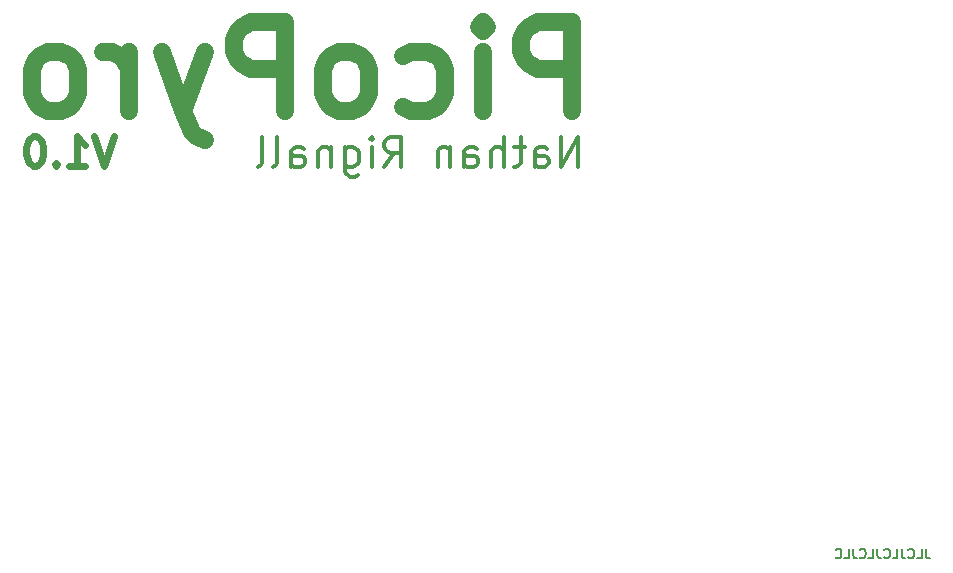
<source format=gbr>
%TF.GenerationSoftware,KiCad,Pcbnew,(6.0.0-0)*%
%TF.CreationDate,2022-10-24T17:27:13+01:00*%
%TF.ProjectId,PicoPyro,5069636f-5079-4726-9f2e-6b696361645f,rev?*%
%TF.SameCoordinates,Original*%
%TF.FileFunction,Legend,Bot*%
%TF.FilePolarity,Positive*%
%FSLAX46Y46*%
G04 Gerber Fmt 4.6, Leading zero omitted, Abs format (unit mm)*
G04 Created by KiCad (PCBNEW (6.0.0-0)) date 2022-10-24 17:27:13*
%MOMM*%
%LPD*%
G01*
G04 APERTURE LIST*
%ADD10C,0.200000*%
%ADD11C,0.600000*%
%ADD12C,0.300000*%
%ADD13C,1.500000*%
G04 APERTURE END LIST*
D10*
X213695238Y-116461904D02*
X213695238Y-117033333D01*
X213733333Y-117147619D01*
X213809523Y-117223809D01*
X213923809Y-117261904D01*
X214000000Y-117261904D01*
X212933333Y-117261904D02*
X213314285Y-117261904D01*
X213314285Y-116461904D01*
X212209523Y-117185714D02*
X212247619Y-117223809D01*
X212361904Y-117261904D01*
X212438095Y-117261904D01*
X212552380Y-117223809D01*
X212628571Y-117147619D01*
X212666666Y-117071428D01*
X212704761Y-116919047D01*
X212704761Y-116804761D01*
X212666666Y-116652380D01*
X212628571Y-116576190D01*
X212552380Y-116500000D01*
X212438095Y-116461904D01*
X212361904Y-116461904D01*
X212247619Y-116500000D01*
X212209523Y-116538095D01*
X211638095Y-116461904D02*
X211638095Y-117033333D01*
X211676190Y-117147619D01*
X211752380Y-117223809D01*
X211866666Y-117261904D01*
X211942857Y-117261904D01*
X210876190Y-117261904D02*
X211257142Y-117261904D01*
X211257142Y-116461904D01*
X210152380Y-117185714D02*
X210190476Y-117223809D01*
X210304761Y-117261904D01*
X210380952Y-117261904D01*
X210495238Y-117223809D01*
X210571428Y-117147619D01*
X210609523Y-117071428D01*
X210647619Y-116919047D01*
X210647619Y-116804761D01*
X210609523Y-116652380D01*
X210571428Y-116576190D01*
X210495238Y-116500000D01*
X210380952Y-116461904D01*
X210304761Y-116461904D01*
X210190476Y-116500000D01*
X210152380Y-116538095D01*
X209580952Y-116461904D02*
X209580952Y-117033333D01*
X209619047Y-117147619D01*
X209695238Y-117223809D01*
X209809523Y-117261904D01*
X209885714Y-117261904D01*
X208819047Y-117261904D02*
X209200000Y-117261904D01*
X209200000Y-116461904D01*
X208095238Y-117185714D02*
X208133333Y-117223809D01*
X208247619Y-117261904D01*
X208323809Y-117261904D01*
X208438095Y-117223809D01*
X208514285Y-117147619D01*
X208552380Y-117071428D01*
X208590476Y-116919047D01*
X208590476Y-116804761D01*
X208552380Y-116652380D01*
X208514285Y-116576190D01*
X208438095Y-116500000D01*
X208323809Y-116461904D01*
X208247619Y-116461904D01*
X208133333Y-116500000D01*
X208095238Y-116538095D01*
X207523809Y-116461904D02*
X207523809Y-117033333D01*
X207561904Y-117147619D01*
X207638095Y-117223809D01*
X207752380Y-117261904D01*
X207828571Y-117261904D01*
X206761904Y-117261904D02*
X207142857Y-117261904D01*
X207142857Y-116461904D01*
X206038095Y-117185714D02*
X206076190Y-117223809D01*
X206190476Y-117261904D01*
X206266666Y-117261904D01*
X206380952Y-117223809D01*
X206457142Y-117147619D01*
X206495238Y-117071428D01*
X206533333Y-116919047D01*
X206533333Y-116804761D01*
X206495238Y-116652380D01*
X206457142Y-116576190D01*
X206380952Y-116500000D01*
X206266666Y-116461904D01*
X206190476Y-116461904D01*
X206076190Y-116500000D01*
X206038095Y-116538095D01*
D11*
X144909523Y-81530952D02*
X144076190Y-84030952D01*
X143242857Y-81530952D01*
X141100000Y-84030952D02*
X142528571Y-84030952D01*
X141814285Y-84030952D02*
X141814285Y-81530952D01*
X142052380Y-81888095D01*
X142290476Y-82126190D01*
X142528571Y-82245238D01*
X140028571Y-83792857D02*
X139909523Y-83911904D01*
X140028571Y-84030952D01*
X140147619Y-83911904D01*
X140028571Y-83792857D01*
X140028571Y-84030952D01*
X138361904Y-81530952D02*
X138123809Y-81530952D01*
X137885714Y-81650000D01*
X137766666Y-81769047D01*
X137647619Y-82007142D01*
X137528571Y-82483333D01*
X137528571Y-83078571D01*
X137647619Y-83554761D01*
X137766666Y-83792857D01*
X137885714Y-83911904D01*
X138123809Y-84030952D01*
X138361904Y-84030952D01*
X138600000Y-83911904D01*
X138719047Y-83792857D01*
X138838095Y-83554761D01*
X138957142Y-83078571D01*
X138957142Y-82483333D01*
X138838095Y-82007142D01*
X138719047Y-81769047D01*
X138600000Y-81650000D01*
X138361904Y-81530952D01*
D12*
X184252380Y-84130952D02*
X184252380Y-81630952D01*
X182823809Y-84130952D01*
X182823809Y-81630952D01*
X180561904Y-84130952D02*
X180561904Y-82821428D01*
X180680952Y-82583333D01*
X180919047Y-82464285D01*
X181395238Y-82464285D01*
X181633333Y-82583333D01*
X180561904Y-84011904D02*
X180800000Y-84130952D01*
X181395238Y-84130952D01*
X181633333Y-84011904D01*
X181752380Y-83773809D01*
X181752380Y-83535714D01*
X181633333Y-83297619D01*
X181395238Y-83178571D01*
X180800000Y-83178571D01*
X180561904Y-83059523D01*
X179728571Y-82464285D02*
X178776190Y-82464285D01*
X179371428Y-81630952D02*
X179371428Y-83773809D01*
X179252380Y-84011904D01*
X179014285Y-84130952D01*
X178776190Y-84130952D01*
X177942857Y-84130952D02*
X177942857Y-81630952D01*
X176871428Y-84130952D02*
X176871428Y-82821428D01*
X176990476Y-82583333D01*
X177228571Y-82464285D01*
X177585714Y-82464285D01*
X177823809Y-82583333D01*
X177942857Y-82702380D01*
X174609523Y-84130952D02*
X174609523Y-82821428D01*
X174728571Y-82583333D01*
X174966666Y-82464285D01*
X175442857Y-82464285D01*
X175680952Y-82583333D01*
X174609523Y-84011904D02*
X174847619Y-84130952D01*
X175442857Y-84130952D01*
X175680952Y-84011904D01*
X175800000Y-83773809D01*
X175800000Y-83535714D01*
X175680952Y-83297619D01*
X175442857Y-83178571D01*
X174847619Y-83178571D01*
X174609523Y-83059523D01*
X173419047Y-82464285D02*
X173419047Y-84130952D01*
X173419047Y-82702380D02*
X173300000Y-82583333D01*
X173061904Y-82464285D01*
X172704761Y-82464285D01*
X172466666Y-82583333D01*
X172347619Y-82821428D01*
X172347619Y-84130952D01*
X167823809Y-84130952D02*
X168657142Y-82940476D01*
X169252380Y-84130952D02*
X169252380Y-81630952D01*
X168300000Y-81630952D01*
X168061904Y-81750000D01*
X167942857Y-81869047D01*
X167823809Y-82107142D01*
X167823809Y-82464285D01*
X167942857Y-82702380D01*
X168061904Y-82821428D01*
X168300000Y-82940476D01*
X169252380Y-82940476D01*
X166752380Y-84130952D02*
X166752380Y-82464285D01*
X166752380Y-81630952D02*
X166871428Y-81750000D01*
X166752380Y-81869047D01*
X166633333Y-81750000D01*
X166752380Y-81630952D01*
X166752380Y-81869047D01*
X164490476Y-82464285D02*
X164490476Y-84488095D01*
X164609523Y-84726190D01*
X164728571Y-84845238D01*
X164966666Y-84964285D01*
X165323809Y-84964285D01*
X165561904Y-84845238D01*
X164490476Y-84011904D02*
X164728571Y-84130952D01*
X165204761Y-84130952D01*
X165442857Y-84011904D01*
X165561904Y-83892857D01*
X165680952Y-83654761D01*
X165680952Y-82940476D01*
X165561904Y-82702380D01*
X165442857Y-82583333D01*
X165204761Y-82464285D01*
X164728571Y-82464285D01*
X164490476Y-82583333D01*
X163300000Y-82464285D02*
X163300000Y-84130952D01*
X163300000Y-82702380D02*
X163180952Y-82583333D01*
X162942857Y-82464285D01*
X162585714Y-82464285D01*
X162347619Y-82583333D01*
X162228571Y-82821428D01*
X162228571Y-84130952D01*
X159966666Y-84130952D02*
X159966666Y-82821428D01*
X160085714Y-82583333D01*
X160323809Y-82464285D01*
X160800000Y-82464285D01*
X161038095Y-82583333D01*
X159966666Y-84011904D02*
X160204761Y-84130952D01*
X160800000Y-84130952D01*
X161038095Y-84011904D01*
X161157142Y-83773809D01*
X161157142Y-83535714D01*
X161038095Y-83297619D01*
X160800000Y-83178571D01*
X160204761Y-83178571D01*
X159966666Y-83059523D01*
X158419047Y-84130952D02*
X158657142Y-84011904D01*
X158776190Y-83773809D01*
X158776190Y-81630952D01*
X157109523Y-84130952D02*
X157347619Y-84011904D01*
X157466666Y-83773809D01*
X157466666Y-81630952D01*
D13*
X183678571Y-79392857D02*
X183678571Y-71892857D01*
X180821428Y-71892857D01*
X180107142Y-72250000D01*
X179750000Y-72607142D01*
X179392857Y-73321428D01*
X179392857Y-74392857D01*
X179750000Y-75107142D01*
X180107142Y-75464285D01*
X180821428Y-75821428D01*
X183678571Y-75821428D01*
X176178571Y-79392857D02*
X176178571Y-74392857D01*
X176178571Y-71892857D02*
X176535714Y-72250000D01*
X176178571Y-72607142D01*
X175821428Y-72250000D01*
X176178571Y-71892857D01*
X176178571Y-72607142D01*
X169392857Y-79035714D02*
X170107142Y-79392857D01*
X171535714Y-79392857D01*
X172250000Y-79035714D01*
X172607142Y-78678571D01*
X172964285Y-77964285D01*
X172964285Y-75821428D01*
X172607142Y-75107142D01*
X172250000Y-74750000D01*
X171535714Y-74392857D01*
X170107142Y-74392857D01*
X169392857Y-74750000D01*
X165107142Y-79392857D02*
X165821428Y-79035714D01*
X166178571Y-78678571D01*
X166535714Y-77964285D01*
X166535714Y-75821428D01*
X166178571Y-75107142D01*
X165821428Y-74750000D01*
X165107142Y-74392857D01*
X164035714Y-74392857D01*
X163321428Y-74750000D01*
X162964285Y-75107142D01*
X162607142Y-75821428D01*
X162607142Y-77964285D01*
X162964285Y-78678571D01*
X163321428Y-79035714D01*
X164035714Y-79392857D01*
X165107142Y-79392857D01*
X159392857Y-79392857D02*
X159392857Y-71892857D01*
X156535714Y-71892857D01*
X155821428Y-72250000D01*
X155464285Y-72607142D01*
X155107142Y-73321428D01*
X155107142Y-74392857D01*
X155464285Y-75107142D01*
X155821428Y-75464285D01*
X156535714Y-75821428D01*
X159392857Y-75821428D01*
X152607142Y-74392857D02*
X150821428Y-79392857D01*
X149035714Y-74392857D02*
X150821428Y-79392857D01*
X151535714Y-81178571D01*
X151892857Y-81535714D01*
X152607142Y-81892857D01*
X146178571Y-79392857D02*
X146178571Y-74392857D01*
X146178571Y-75821428D02*
X145821428Y-75107142D01*
X145464285Y-74750000D01*
X144750000Y-74392857D01*
X144035714Y-74392857D01*
X140464285Y-79392857D02*
X141178571Y-79035714D01*
X141535714Y-78678571D01*
X141892857Y-77964285D01*
X141892857Y-75821428D01*
X141535714Y-75107142D01*
X141178571Y-74750000D01*
X140464285Y-74392857D01*
X139392857Y-74392857D01*
X138678571Y-74750000D01*
X138321428Y-75107142D01*
X137964285Y-75821428D01*
X137964285Y-77964285D01*
X138321428Y-78678571D01*
X138678571Y-79035714D01*
X139392857Y-79392857D01*
X140464285Y-79392857D01*
M02*

</source>
